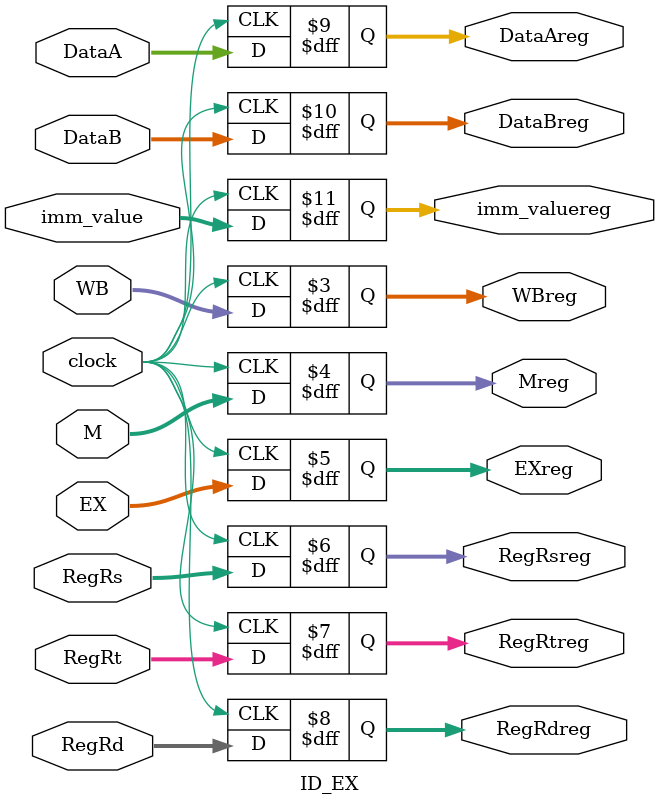
<source format=v>
`timescale 1ns / 1ps
module ID_EX(clock,WB,M,EX,DataA,DataB,imm_value,RegRs,RegRt,RegRd,WBreg,Mreg,EXreg,DataAreg, 
DataBreg,imm_valuereg,RegRsreg,RegRtreg,RegRdreg); 
    input clock; 
    input [1:0] WB; 
    input [2:0] M; 
    input [3:0] EX; 
    input [4:0] RegRs,RegRt,RegRd; 
    input [31:0] DataA,DataB,imm_value; 
    output [1:0] WBreg; 
    output [2:0] Mreg; 
    output [3:0] EXreg; 
    output [4:0] RegRsreg,RegRtreg,RegRdreg; 
    output [31:0] DataAreg,DataBreg,imm_valuereg; 
     
 
    reg [1:0] WBreg; 
    reg [2:0] Mreg; 
    reg [3:0] EXreg; 
    reg [31:0] DataAreg,DataBreg,imm_valuereg; 
    reg [4:0] RegRsreg,RegRtreg,RegRdreg; 
     
    initial begin 
        WBreg = 0; 
        Mreg = 0; 
        EXreg = 0; 
        DataAreg = 0; 
        DataBreg = 0; 
        imm_valuereg = 0; 
        RegRsreg = 0; 
        RegRtreg = 0; 
        RegRdreg = 0; 
    end 
     
    always@(posedge clock) 
    begin 
        WBreg <= WB; 
        Mreg <= M; 
        EXreg <= EX; 
        DataAreg <= DataA; 
        DataBreg <= DataB; 
        imm_valuereg <= imm_value; 
        RegRsreg <= RegRs; 
        RegRtreg <= RegRt; 
        RegRdreg <= RegRd; 
    end 
     
endmodule 
</source>
